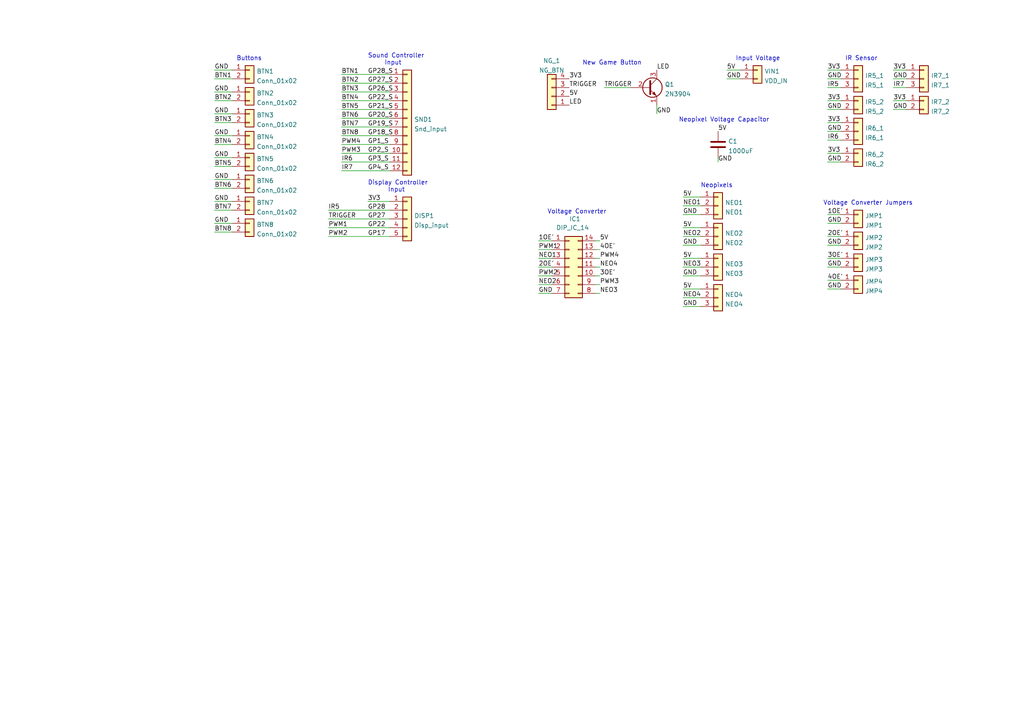
<source format=kicad_sch>
(kicad_sch (version 20211123) (generator eeschema)
  (paper "A4")
  (lib_symbols
    (symbol "Connector_Generic:Conn_01x02" (pin_names (offset 1.016) hide)
      (property "Reference" "J" (at 0 2.54 0))
      (property "Value" "Conn_01x02" (at 0 -5.08 0))
      (symbol "Conn_01x02_1_1"
        (rectangle (start -1.27 -2.413) (end 0 -2.667) (stroke (width 0.1524)))
        (rectangle (start -1.27 0.127) (end 0 -0.127) (stroke (width 0.1524)))
        (rectangle (start -1.27 1.27) (end 1.27 -3.81) (stroke (width 0.254)) (fill (type background)))
        (pin passive line (at -5.08 0 0) (length 3.81) (name "Pin_1") (number "1"))
        (pin passive line (at -5.08 -2.54 0) (length 3.81) (name "Pin_2") (number "2"))
      )
    )
    (symbol "Connector_Generic:Conn_01x03" (pin_names (offset 1.016) hide)
      (property "Reference" "J" (at 0 5.08 0))
      (property "Value" "Conn_01x03" (at 0 -5.08 0))
      (symbol "Conn_01x03_1_1"
        (rectangle (start -1.27 -2.413) (end 0 -2.667) (stroke (width 0.1524)))
        (rectangle (start -1.27 0.127) (end 0 -0.127) (stroke (width 0.1524)))
        (rectangle (start -1.27 2.667) (end 0 2.413) (stroke (width 0.1524)))
        (rectangle (start -1.27 3.81) (end 1.27 -3.81) (stroke (width 0.254)) (fill (type background)))
        (pin passive line (at -5.08 2.54 0) (length 3.81) (name "Pin_1") (number "1"))
        (pin passive line (at -5.08 0 0) (length 3.81) (name "Pin_2") (number "2"))
        (pin passive line (at -5.08 -2.54 0) (length 3.81) (name "Pin_3") (number "3"))
      )
    )
    (symbol "Connector_Generic:Conn_01x04" (pin_names (offset 1.016) hide)
      (property "Reference" "J" (at 0 5.08 0))
      (property "Value" "Conn_01x04" (at 0 -7.62 0))
      (symbol "Conn_01x04_1_1"
        (rectangle (start -1.27 -4.953) (end 0 -5.207) (stroke (width 0.1524)))
        (rectangle (start -1.27 -2.413) (end 0 -2.667) (stroke (width 0.1524)))
        (rectangle (start -1.27 0.127) (end 0 -0.127) (stroke (width 0.1524)))
        (rectangle (start -1.27 2.667) (end 0 2.413) (stroke (width 0.1524)))
        (rectangle (start -1.27 3.81) (end 1.27 -6.35) (stroke (width 0.254)) (fill (type background)))
        (pin passive line (at -5.08 2.54 0) (length 3.81) (name "Pin_1") (number "1"))
        (pin passive line (at -5.08 0 0) (length 3.81) (name "Pin_2") (number "2"))
        (pin passive line (at -5.08 -2.54 0) (length 3.81) (name "Pin_3") (number "3"))
        (pin passive line (at -5.08 -5.08 0) (length 3.81) (name "Pin_4") (number "4"))
      )
    )
    (symbol "Connector_Generic:Conn_01x05" (pin_names (offset 1.016) hide)
      (property "Reference" "J" (at 0 7.62 0))
      (property "Value" "Conn_01x05" (at 0 -7.62 0))
      (symbol "Conn_01x05_1_1"
        (rectangle (start -1.27 -4.953) (end 0 -5.207) (stroke (width 0.1524)))
        (rectangle (start -1.27 -2.413) (end 0 -2.667) (stroke (width 0.1524)))
        (rectangle (start -1.27 0.127) (end 0 -0.127) (stroke (width 0.1524)))
        (rectangle (start -1.27 2.667) (end 0 2.413) (stroke (width 0.1524)))
        (rectangle (start -1.27 5.207) (end 0 4.953) (stroke (width 0.1524)))
        (rectangle (start -1.27 6.35) (end 1.27 -6.35) (stroke (width 0.254)) (fill (type background)))
        (pin passive line (at -5.08 5.08 0) (length 3.81) (name "Pin_1") (number "1"))
        (pin passive line (at -5.08 2.54 0) (length 3.81) (name "Pin_2") (number "2"))
        (pin passive line (at -5.08 0 0) (length 3.81) (name "Pin_3") (number "3"))
        (pin passive line (at -5.08 -2.54 0) (length 3.81) (name "Pin_4") (number "4"))
        (pin passive line (at -5.08 -5.08 0) (length 3.81) (name "Pin_5") (number "5"))
      )
    )
    (symbol "Connector_Generic:Conn_01x12" (pin_names (offset 1.016) hide)
      (property "Reference" "J" (at 0 15.24 0))
      (property "Value" "Conn_01x12" (at 0 -17.78 0))
      (symbol "Conn_01x12_1_1"
        (rectangle (start -1.27 -15.113) (end 0 -15.367) (stroke (width 0.1524)))
        (rectangle (start -1.27 -12.573) (end 0 -12.827) (stroke (width 0.1524)))
        (rectangle (start -1.27 -10.033) (end 0 -10.287) (stroke (width 0.1524)))
        (rectangle (start -1.27 -7.493) (end 0 -7.747) (stroke (width 0.1524)))
        (rectangle (start -1.27 -4.953) (end 0 -5.207) (stroke (width 0.1524)))
        (rectangle (start -1.27 -2.413) (end 0 -2.667) (stroke (width 0.1524)))
        (rectangle (start -1.27 0.127) (end 0 -0.127) (stroke (width 0.1524)))
        (rectangle (start -1.27 2.667) (end 0 2.413) (stroke (width 0.1524)))
        (rectangle (start -1.27 5.207) (end 0 4.953) (stroke (width 0.1524)))
        (rectangle (start -1.27 7.747) (end 0 7.493) (stroke (width 0.1524)))
        (rectangle (start -1.27 10.287) (end 0 10.033) (stroke (width 0.1524)))
        (rectangle (start -1.27 12.827) (end 0 12.573) (stroke (width 0.1524)))
        (rectangle (start -1.27 13.97) (end 1.27 -16.51) (stroke (width 0.254)) (fill (type background)))
        (pin passive line (at -5.08 12.7 0) (length 3.81) (name "Pin_1") (number "1"))
        (pin passive line (at -5.08 -10.16 0) (length 3.81) (name "Pin_10") (number "10"))
        (pin passive line (at -5.08 -12.7 0) (length 3.81) (name "Pin_11") (number "11"))
        (pin passive line (at -5.08 -15.24 0) (length 3.81) (name "Pin_12") (number "12"))
        (pin passive line (at -5.08 10.16 0) (length 3.81) (name "Pin_2") (number "2"))
        (pin passive line (at -5.08 7.62 0) (length 3.81) (name "Pin_3") (number "3"))
        (pin passive line (at -5.08 5.08 0) (length 3.81) (name "Pin_4") (number "4"))
        (pin passive line (at -5.08 2.54 0) (length 3.81) (name "Pin_5") (number "5"))
        (pin passive line (at -5.08 0 0) (length 3.81) (name "Pin_6") (number "6"))
        (pin passive line (at -5.08 -2.54 0) (length 3.81) (name "Pin_7") (number "7"))
        (pin passive line (at -5.08 -5.08 0) (length 3.81) (name "Pin_8") (number "8"))
        (pin passive line (at -5.08 -7.62 0) (length 3.81) (name "Pin_9") (number "9"))
      )
    )
    (symbol "Connector_Generic:Conn_02x07_Counter_Clockwise" (pin_names (offset 1.016) hide)
      (property "Reference" "J" (at 1.27 10.16 0))
      (property "Value" "Conn_02x07_Counter_Clockwise" (at 1.27 -10.16 0))
      (symbol "Conn_02x07_Counter_Clockwise_1_1"
        (rectangle (start -1.27 -7.493) (end 0 -7.747) (stroke (width 0.1524)))
        (rectangle (start -1.27 -4.953) (end 0 -5.207) (stroke (width 0.1524)))
        (rectangle (start -1.27 -2.413) (end 0 -2.667) (stroke (width 0.1524)))
        (rectangle (start -1.27 0.127) (end 0 -0.127) (stroke (width 0.1524)))
        (rectangle (start -1.27 2.667) (end 0 2.413) (stroke (width 0.1524)))
        (rectangle (start -1.27 5.207) (end 0 4.953) (stroke (width 0.1524)))
        (rectangle (start -1.27 7.747) (end 0 7.493) (stroke (width 0.1524)))
        (rectangle (start -1.27 8.89) (end 3.81 -8.89) (stroke (width 0.254)) (fill (type background)))
        (rectangle (start 3.81 -7.493) (end 2.54 -7.747) (stroke (width 0.1524)))
        (rectangle (start 3.81 -4.953) (end 2.54 -5.207) (stroke (width 0.1524)))
        (rectangle (start 3.81 -2.413) (end 2.54 -2.667) (stroke (width 0.1524)))
        (rectangle (start 3.81 0.127) (end 2.54 -0.127) (stroke (width 0.1524)))
        (rectangle (start 3.81 2.667) (end 2.54 2.413) (stroke (width 0.1524)))
        (rectangle (start 3.81 5.207) (end 2.54 4.953) (stroke (width 0.1524)))
        (rectangle (start 3.81 7.747) (end 2.54 7.493) (stroke (width 0.1524)))
        (pin passive line (at -5.08 7.62 0) (length 3.81) (name "Pin_1") (number "1"))
        (pin passive line (at 7.62 -2.54 180) (length 3.81) (name "Pin_10") (number "10"))
        (pin passive line (at 7.62 0 180) (length 3.81) (name "Pin_11") (number "11"))
        (pin passive line (at 7.62 2.54 180) (length 3.81) (name "Pin_12") (number "12"))
        (pin passive line (at 7.62 5.08 180) (length 3.81) (name "Pin_13") (number "13"))
        (pin passive line (at 7.62 7.62 180) (length 3.81) (name "Pin_14") (number "14"))
        (pin passive line (at -5.08 5.08 0) (length 3.81) (name "Pin_2") (number "2"))
        (pin passive line (at -5.08 2.54 0) (length 3.81) (name "Pin_3") (number "3"))
        (pin passive line (at -5.08 0 0) (length 3.81) (name "Pin_4") (number "4"))
        (pin passive line (at -5.08 -2.54 0) (length 3.81) (name "Pin_5") (number "5"))
        (pin passive line (at -5.08 -5.08 0) (length 3.81) (name "Pin_6") (number "6"))
        (pin passive line (at -5.08 -7.62 0) (length 3.81) (name "Pin_7") (number "7"))
        (pin passive line (at 7.62 -7.62 180) (length 3.81) (name "Pin_8") (number "8"))
        (pin passive line (at 7.62 -5.08 180) (length 3.81) (name "Pin_9") (number "9"))
      )
    )
    (symbol "Device:C" (pin_numbers hide) (pin_names (offset 0.254))
      (property "Reference" "C" (at 0.635 2.54 0))
      (property "Value" "C" (at 0.635 -2.54 0))
      (symbol "C_0_1"
        (polyline (pts (xy -2.032 -0.762) (xy 2.032 -0.762)) (stroke (width 0.508)))
        (polyline (pts (xy -2.032 0.762) (xy 2.032 0.762)) (stroke (width 0.508)))
      )
      (symbol "C_1_1"
        (pin passive line (at 0 3.81 270) (length 2.794) (name "~") (number "1"))
        (pin passive line (at 0 -3.81 90) (length 2.794) (name "~") (number "2"))
      )
    )
    (symbol "Transistor_BJT:2N3904" (pin_names (offset 0) hide)
      (property "Reference" "Q" (at 5.08 1.905 0))
      (property "Value" "2N3904" (at 5.08 0 0))
      (symbol "2N3904_0_1"
        (polyline (pts (xy 0.635 0.635) (xy 2.54 2.54)))
        (polyline (pts (xy 0.635 -0.635) (xy 2.54 -2.54) (xy 2.54 -2.54)))
        (polyline (pts (xy 0.635 1.905) (xy 0.635 -1.905) (xy 0.635 -1.905)) (stroke (width 0.508)))
        (polyline (pts (xy 1.27 -1.778) (xy 1.778 -1.27) (xy 2.286 -2.286) (xy 1.27 -1.778) (xy 1.27 -1.778)) (fill (type outline)))
        (circle (center 1.27 0) (radius 2.8194) (stroke (width 0.254)))
      )
      (symbol "2N3904_1_1"
        (pin passive line (at 2.54 -5.08 90) (length 2.54) (name "E") (number "1"))
        (pin passive line (at -5.08 0 0) (length 5.715) (name "B") (number "2"))
        (pin passive line (at 2.54 5.08 270) (length 2.54) (name "C") (number "3"))
      )
    )
  )
  (wire (pts (xy 240.03 29.21) (xy 243.84 29.21)))
  (wire (pts (xy 240.03 81.28) (xy 243.84 81.28)))
  (wire (pts (xy 259.08 20.32) (xy 262.89 20.32)))
  (wire (pts (xy 175.26 25.4) (xy 182.88 25.4)))
  (wire (pts (xy 156.21 80.01) (xy 160.02 80.01)))
  (wire (pts (xy 240.03 64.77) (xy 243.84 64.77)))
  (wire (pts (xy 99.06 44.45) (xy 113.03 44.45)))
  (wire (pts (xy 62.23 52.07) (xy 67.31 52.07)))
  (wire (pts (xy 259.08 25.4) (xy 262.89 25.4)))
  (wire (pts (xy 99.06 49.53) (xy 113.03 49.53)))
  (wire (pts (xy 240.03 46.99) (xy 243.84 46.99)))
  (wire (pts (xy 208.28 46.99) (xy 208.28 45.72)))
  (wire (pts (xy 240.03 40.64) (xy 243.84 40.64)))
  (wire (pts (xy 240.03 62.23) (xy 243.84 62.23)))
  (wire (pts (xy 99.06 41.91) (xy 113.03 41.91)))
  (wire (pts (xy 240.03 68.58) (xy 243.84 68.58)))
  (wire (pts (xy 259.08 31.75) (xy 262.89 31.75)))
  (wire (pts (xy 172.72 85.09) (xy 173.99 85.09)))
  (wire (pts (xy 95.25 66.04) (xy 113.03 66.04)))
  (wire (pts (xy 172.72 69.85) (xy 173.99 69.85)))
  (wire (pts (xy 240.03 38.1) (xy 243.84 38.1)))
  (wire (pts (xy 172.72 77.47) (xy 173.99 77.47)))
  (wire (pts (xy 62.23 64.77) (xy 67.31 64.77)))
  (wire (pts (xy 62.23 22.86) (xy 67.31 22.86)))
  (wire (pts (xy 95.25 60.96) (xy 113.03 60.96)))
  (wire (pts (xy 156.21 85.09) (xy 160.02 85.09)))
  (wire (pts (xy 156.21 72.39) (xy 160.02 72.39)))
  (wire (pts (xy 240.03 35.56) (xy 243.84 35.56)))
  (wire (pts (xy 240.03 25.4) (xy 243.84 25.4)))
  (wire (pts (xy 156.21 74.93) (xy 160.02 74.93)))
  (wire (pts (xy 62.23 54.61) (xy 67.31 54.61)))
  (wire (pts (xy 99.06 29.21) (xy 113.03 29.21)))
  (wire (pts (xy 210.82 22.86) (xy 214.63 22.86)))
  (wire (pts (xy 99.06 39.37) (xy 113.03 39.37)))
  (wire (pts (xy 62.23 45.72) (xy 67.31 45.72)))
  (wire (pts (xy 172.72 74.93) (xy 173.99 74.93)))
  (wire (pts (xy 62.23 41.91) (xy 67.31 41.91)))
  (wire (pts (xy 156.21 77.47) (xy 160.02 77.47)))
  (wire (pts (xy 210.82 20.32) (xy 214.63 20.32)))
  (wire (pts (xy 198.12 59.69) (xy 203.2 59.69)))
  (wire (pts (xy 99.06 26.67) (xy 113.03 26.67)))
  (wire (pts (xy 62.23 67.31) (xy 67.31 67.31)))
  (wire (pts (xy 198.12 80.01) (xy 203.2 80.01)))
  (wire (pts (xy 62.23 39.37) (xy 67.31 39.37)))
  (wire (pts (xy 198.12 77.47) (xy 203.2 77.47)))
  (wire (pts (xy 240.03 77.47) (xy 243.84 77.47)))
  (wire (pts (xy 99.06 46.99) (xy 113.03 46.99)))
  (wire (pts (xy 99.06 36.83) (xy 113.03 36.83)))
  (wire (pts (xy 259.08 22.86) (xy 262.89 22.86)))
  (wire (pts (xy 198.12 62.23) (xy 203.2 62.23)))
  (wire (pts (xy 106.68 58.42) (xy 113.03 58.42)))
  (wire (pts (xy 240.03 83.82) (xy 243.84 83.82)))
  (wire (pts (xy 240.03 22.86) (xy 243.84 22.86)))
  (wire (pts (xy 156.21 82.55) (xy 160.02 82.55)))
  (wire (pts (xy 240.03 20.32) (xy 243.84 20.32)))
  (wire (pts (xy 62.23 20.32) (xy 67.31 20.32)))
  (wire (pts (xy 198.12 71.12) (xy 203.2 71.12)))
  (wire (pts (xy 198.12 57.15) (xy 203.2 57.15)))
  (wire (pts (xy 240.03 44.45) (xy 243.84 44.45)))
  (wire (pts (xy 99.06 34.29) (xy 113.03 34.29)))
  (wire (pts (xy 240.03 71.12) (xy 243.84 71.12)))
  (wire (pts (xy 62.23 48.26) (xy 67.31 48.26)))
  (wire (pts (xy 259.08 29.21) (xy 262.89 29.21)))
  (wire (pts (xy 198.12 88.9) (xy 203.2 88.9)))
  (wire (pts (xy 62.23 29.21) (xy 67.31 29.21)))
  (wire (pts (xy 172.72 80.01) (xy 173.99 80.01)))
  (wire (pts (xy 198.12 74.93) (xy 203.2 74.93)))
  (wire (pts (xy 240.03 31.75) (xy 243.84 31.75)))
  (wire (pts (xy 95.25 63.5) (xy 113.03 63.5)))
  (wire (pts (xy 198.12 66.04) (xy 203.2 66.04)))
  (wire (pts (xy 172.72 72.39) (xy 173.99 72.39)))
  (wire (pts (xy 190.5 33.02) (xy 190.5 30.48)))
  (wire (pts (xy 99.06 21.59) (xy 113.03 21.59)))
  (wire (pts (xy 62.23 26.67) (xy 67.31 26.67)))
  (wire (pts (xy 95.25 68.58) (xy 113.03 68.58)))
  (wire (pts (xy 62.23 35.56) (xy 67.31 35.56)))
  (wire (pts (xy 62.23 33.02) (xy 67.31 33.02)))
  (wire (pts (xy 198.12 68.58) (xy 203.2 68.58)))
  (wire (pts (xy 198.12 83.82) (xy 203.2 83.82)))
  (wire (pts (xy 99.06 24.13) (xy 113.03 24.13)))
  (wire (pts (xy 240.03 74.93) (xy 243.84 74.93)))
  (wire (pts (xy 156.21 69.85) (xy 160.02 69.85)))
  (wire (pts (xy 62.23 58.42) (xy 67.31 58.42)))
  (wire (pts (xy 99.06 31.75) (xy 113.03 31.75)))
  (wire (pts (xy 172.72 82.55) (xy 173.99 82.55)))
  (wire (pts (xy 198.12 86.36) (xy 203.2 86.36)))
  (wire (pts (xy 62.23 60.96) (xy 67.31 60.96)))
  (text "Voltage Converter" (at 158.75 62.23 0) (effects (font (size 1.27 1.27)) (justify left bottom)))
  (text "Buttons" (at 68.58 17.78 0) (effects (font (size 1.27 1.27)) (justify left bottom)))
  (text "IR Sensor" (at 245.11 17.78 0) (effects (font (size 1.27 1.27)) (justify left bottom)))
  (text "Display Controller\n      Input" (at 106.68 55.88 0) (effects (font (size 1.27 1.27)) (justify left bottom)))
  (text "Input Voltage" (at 213.36 17.78 0) (effects (font (size 1.27 1.27)) (justify left bottom)))
  (text "Neopixel Voltage Capacitor" (at 196.85 35.56 0) (effects (font (size 1.27 1.27)) (justify left bottom)))
  (text "Neopixels" (at 203.2 54.61 0) (effects (font (size 1.27 1.27)) (justify left bottom)))
  (text "Sound Controller\n     Input" (at 106.68 19.05 0) (effects (font (size 1.27 1.27)) (justify left bottom)))
  (text "New Game Button" (at 168.91 19.05 0) (effects (font (size 1.27 1.27)) (justify left bottom)))
  (text "Voltage Converter Jumpers" (at 238.76 59.69 0) (effects (font (size 1.27 1.27)) (justify left bottom)))
  (label "PWM3" (at 99.06 44.45 0))
  (label "GND" (at 62.23 20.32 0))
  (label "NEO4" (at 173.99 77.47 0))
  (label "GND" (at 240.03 83.82 0))
  (label "GP1_S" (at 106.68 41.91 0))
  (label "GND" (at 62.23 33.02 0))
  (label "5V" (at 208.28 38.1 0))
  (label "GND" (at 259.08 31.75 0))
  (label "GP2_S" (at 106.68 44.45 0))
  (label "GP22_S" (at 106.68 29.21 0))
  (label "GP27_S" (at 106.68 24.13 0))
  (label "4OE'" (at 173.99 72.39 0))
  (label "BTN3" (at 62.23 35.56 0))
  (label "GP3_S" (at 106.68 46.99 0))
  (label "5V" (at 198.12 74.93 0))
  (label "BTN5" (at 62.23 48.26 0))
  (label "NEO3" (at 173.99 85.09 0))
  (label "TRIGGER" (at 95.25 63.5 0))
  (label "BTN1" (at 62.23 22.86 0))
  (label "3V3" (at 259.08 20.32 0))
  (label "2OE'" (at 156.21 77.47 0))
  (label "PWM4" (at 99.06 41.91 0))
  (label "BTN7" (at 62.23 60.96 0))
  (label "TRIGGER" (at 165.1 25.4 0))
  (label "IR7" (at 259.08 25.4 0))
  (label "5V" (at 165.1 27.94 0))
  (label "GP26_S" (at 106.68 26.67 0))
  (label "GND" (at 156.21 85.09 0))
  (label "GP28" (at 106.68 60.96 0))
  (label "TRIGGER" (at 175.26 25.4 0))
  (label "NEO4" (at 198.12 86.36 0))
  (label "5V" (at 198.12 83.82 0))
  (label "GP28_S" (at 106.68 21.59 0))
  (label "BTN4" (at 99.06 29.21 0))
  (label "GND" (at 198.12 62.23 0))
  (label "GP20_S" (at 106.68 34.29 0))
  (label "IR5" (at 240.03 25.4 0))
  (label "IR6" (at 99.06 46.99 0))
  (label "BTN8" (at 62.23 67.31 0))
  (label "GND" (at 62.23 64.77 0))
  (label "3OE'" (at 173.99 80.01 0))
  (label "BTN2" (at 62.23 29.21 0))
  (label "GND" (at 240.03 46.99 0))
  (label "GND" (at 62.23 52.07 0))
  (label "PWM2" (at 156.21 80.01 0))
  (label "GND" (at 62.23 45.72 0))
  (label "BTN1" (at 99.06 21.59 0))
  (label "GND" (at 240.03 77.47 0))
  (label "IR7" (at 99.06 49.53 0))
  (label "BTN5" (at 99.06 31.75 0))
  (label "BTN3" (at 99.06 26.67 0))
  (label "3V3" (at 240.03 29.21 0))
  (label "GP21_S" (at 106.68 31.75 0))
  (label "3V3" (at 240.03 35.56 0))
  (label "LED" (at 165.1 30.48 0))
  (label "GP4_S" (at 106.68 49.53 0))
  (label "5V" (at 173.99 69.85 0))
  (label "GND" (at 62.23 26.67 0))
  (label "BTN6" (at 62.23 54.61 0))
  (label "IR6" (at 240.03 40.64 0))
  (label "PWM1" (at 95.25 66.04 0))
  (label "3OE'" (at 240.03 74.93 0))
  (label "3V3" (at 165.1 22.86 0))
  (label "BTN6" (at 99.06 34.29 0))
  (label "3V3" (at 106.68 58.42 0))
  (label "BTN7" (at 99.06 36.83 0))
  (label "NEO1" (at 198.12 59.69 0))
  (label "5V" (at 210.82 20.32 0))
  (label "NEO2" (at 198.12 68.58 0))
  (label "GND" (at 62.23 39.37 0))
  (label "GND" (at 240.03 22.86 0))
  (label "LED" (at 190.5 20.32 0))
  (label "3V3" (at 240.03 20.32 0))
  (label "GND" (at 240.03 64.77 0))
  (label "NEO1" (at 156.21 74.93 0))
  (label "4OE'" (at 240.03 81.28 0))
  (label "PWM3" (at 173.99 82.55 0))
  (label "GND" (at 240.03 71.12 0))
  (label "GND" (at 198.12 80.01 0))
  (label "3V3" (at 240.03 44.45 0))
  (label "GND" (at 240.03 38.1 0))
  (label "GND" (at 259.08 22.86 0))
  (label "GP19_S" (at 106.68 36.83 0))
  (label "GND" (at 240.03 31.75 0))
  (label "GP27" (at 106.68 63.5 0))
  (label "GND" (at 190.5 33.02 0))
  (label "BTN4" (at 62.23 41.91 0))
  (label "BTN2" (at 99.06 24.13 0))
  (label "GP17" (at 106.68 68.58 0))
  (label "NEO2" (at 156.21 82.55 0))
  (label "GND" (at 198.12 71.12 0))
  (label "PWM2" (at 95.25 68.58 0))
  (label "IR5" (at 95.25 60.96 0))
  (label "GND" (at 210.82 22.86 0))
  (label "GND" (at 62.23 58.42 0))
  (label "GND" (at 198.12 88.9 0))
  (label "GP18_S" (at 106.68 39.37 0))
  (label "GP22" (at 106.68 66.04 0))
  (label "3V3" (at 259.08 29.21 0))
  (label "5V" (at 198.12 57.15 0))
  (label "1OE'" (at 240.03 62.23 0))
  (label "5V" (at 198.12 66.04 0))
  (label "GND" (at 208.28 46.99 0))
  (label "BTN8" (at 99.06 39.37 0))
  (label "NEO3" (at 198.12 77.47 0))
  (label "2OE'" (at 240.03 68.58 0))
  (label "PWM1" (at 156.21 72.39 0))
  (label "PWM4" (at 173.99 74.93 0))
  (label "1OE'" (at 156.21 69.85 0))
  (symbol (lib_id "Connector_Generic:Conn_01x02") (at 72.39 64.77 0) (unit 1)
    (property "Reference" "BTN8" (at 74.422 65.1315 0) (effects (justify left)))
    (property "Value" "Conn_01x02" (at 74.422 67.9066 0) (effects (justify left)))
    (property "Footprint" "Connector_JST:JST_XH_B2B-XH-A_1x02_P2.50mm_Vertical" (effects hide))
  )
  (symbol (lib_id "Connector_Generic:Conn_01x12") (at 118.11 34.29 0) (unit 1)
    (property "Reference" "SND1" (at 120.142 34.6515 0) (effects (justify left)))
    (property "Value" "Snd_input" (at 120.142 37.4266 0) (effects (justify left)))
    (property "Footprint" "TerminalBlock_Phoenix:TerminalBlock_Phoenix_MPT-0,5-12-2.54_1x12_P2.54mm_Horizontal" (effects hide))
  )
  (symbol (lib_id "Connector_Generic:Conn_01x02") (at 72.39 52.07 0) (unit 1)
    (property "Reference" "BTN6" (at 74.422 52.4315 0) (effects (justify left)))
    (property "Value" "Conn_01x02" (at 74.422 55.2066 0) (effects (justify left)))
    (property "Footprint" "Connector_JST:JST_XH_B2B-XH-A_1x02_P2.50mm_Vertical" (effects hide))
  )
  (symbol (lib_id "Connector_Generic:Conn_01x04") (at 160.02 27.94 180) (unit 1)
    (property "Reference" "NG_1" (at 160.02 17.6235 0))
    (property "Value" "NG_BTN" (at 160.02 20.3986 0))
    (property "Footprint" "Connector_JST:JST_XH_B4B-XH-A_1x04_P2.50mm_Vertical" (effects hide))
  )
  (symbol (lib_id "Transistor_BJT:2N3904") (at 187.96 25.4 0) (unit 1)
    (property "Reference" "Q1" (at 192.8114 24.4915 0) (effects (justify left)))
    (property "Value" "2N3904" (at 192.8114 27.2666 0) (effects (justify left)))
    (property "Footprint" "Package_TO_SOT_THT:TO-92_Inline" (effects hide))
    (property "Datasheet" "https://www.onsemi.com/pub/Collateral/2N3903-D.PDF" (effects hide))
  )
  (symbol (lib_id "Connector_Generic:Conn_01x02") (at 248.92 62.23 0) (unit 1)
    (property "Reference" "JMP1" (at 250.952 62.5915 0) (effects (justify left)))
    (property "Value" "JMP1" (at 250.952 65.3666 0) (effects (justify left)))
    (property "Footprint" "Connector_PinHeader_2.54mm:PinHeader_1x02_P2.54mm_Vertical" (effects hide))
  )
  (symbol (lib_id "Connector_Generic:Conn_01x02") (at 248.92 68.58 0) (unit 1)
    (property "Reference" "JMP2" (at 250.952 68.9415 0) (effects (justify left)))
    (property "Value" "JMP2" (at 250.952 71.7166 0) (effects (justify left)))
    (property "Footprint" "Connector_PinHeader_2.54mm:PinHeader_1x02_P2.54mm_Vertical" (effects hide))
  )
  (symbol (lib_id "Connector_Generic:Conn_01x03") (at 208.28 86.36 0) (unit 1)
    (property "Reference" "NEO4" (at 210.312 85.4515 0) (effects (justify left)))
    (property "Value" "NEO4" (at 210.312 88.2266 0) (effects (justify left)))
    (property "Footprint" "Connector_JST:JST_PH_B3B-PH-K_1x03_P2.00mm_Vertical" (effects hide))
  )
  (symbol (lib_id "Connector_Generic:Conn_01x02") (at 248.92 81.28 0) (unit 1)
    (property "Reference" "JMP4" (at 250.952 81.6415 0) (effects (justify left)))
    (property "Value" "JMP4" (at 250.952 84.4166 0) (effects (justify left)))
    (property "Footprint" "Connector_PinHeader_2.54mm:PinHeader_1x02_P2.54mm_Vertical" (effects hide))
  )
  (symbol (lib_id "Connector_Generic:Conn_01x03") (at 208.28 68.58 0) (unit 1)
    (property "Reference" "NEO2" (at 210.312 67.6715 0) (effects (justify left)))
    (property "Value" "NEO2" (at 210.312 70.4466 0) (effects (justify left)))
    (property "Footprint" "Connector_JST:JST_PH_B3B-PH-K_1x03_P2.00mm_Vertical" (effects hide))
  )
  (symbol (lib_id "Connector_Generic:Conn_01x02") (at 267.97 29.21 0) (unit 1)
    (property "Reference" "IR7_2" (at 270.002 29.5715 0) (effects (justify left)))
    (property "Value" "IR7_2" (at 270.002 32.3466 0) (effects (justify left)))
    (property "Footprint" "Connector_JST:JST_XH_B2B-XH-A_1x02_P2.50mm_Vertical" (effects hide))
  )
  (symbol (lib_id "Connector_Generic:Conn_01x02") (at 248.92 29.21 0) (unit 1)
    (property "Reference" "IR5_2" (at 250.952 29.5715 0) (effects (justify left)))
    (property "Value" "IR5_2" (at 250.952 32.3466 0) (effects (justify left)))
    (property "Footprint" "Connector_JST:JST_XH_B2B-XH-A_1x02_P2.50mm_Vertical" (effects hide))
  )
  (symbol (lib_id "Connector_Generic:Conn_01x02") (at 72.39 45.72 0) (unit 1)
    (property "Reference" "BTN5" (at 74.422 46.0815 0) (effects (justify left)))
    (property "Value" "Conn_01x02" (at 74.422 48.8566 0) (effects (justify left)))
    (property "Footprint" "Connector_JST:JST_XH_B2B-XH-A_1x02_P2.50mm_Vertical" (effects hide))
  )
  (symbol (lib_id "Connector_Generic:Conn_01x02") (at 72.39 33.02 0) (unit 1)
    (property "Reference" "BTN3" (at 74.422 33.3815 0) (effects (justify left)))
    (property "Value" "Conn_01x02" (at 74.422 36.1566 0) (effects (justify left)))
    (property "Footprint" "Connector_JST:JST_XH_B2B-XH-A_1x02_P2.50mm_Vertical" (effects hide))
  )
  (symbol (lib_id "Connector_Generic:Conn_01x02") (at 72.39 20.32 0) (unit 1)
    (property "Reference" "BTN1" (at 74.422 20.6815 0) (effects (justify left)))
    (property "Value" "Conn_01x02" (at 74.422 23.4566 0) (effects (justify left)))
    (property "Footprint" "Connector_JST:JST_XH_B2B-XH-A_1x02_P2.50mm_Vertical" (effects hide))
  )
  (symbol (lib_id "Connector_Generic:Conn_01x03") (at 248.92 38.1 0) (unit 1)
    (property "Reference" "IR6_1" (at 250.952 37.1915 0) (effects (justify left)))
    (property "Value" "IR6_1" (at 250.952 39.9666 0) (effects (justify left)))
    (property "Footprint" "Connector_JST:JST_XH_B3B-XH-A_1x03_P2.50mm_Vertical" (effects hide))
  )
  (symbol (lib_id "Device:C") (at 208.28 41.91 0) (unit 1)
    (property "Reference" "C1" (at 211.201 41.0015 0) (effects (justify left)))
    (property "Value" "1000uF" (at 211.201 43.7766 0) (effects (justify left)))
    (property "Footprint" "Capacitor_THT:CP_Radial_D10.0mm_P5.00mm" (effects hide))
  )
  (symbol (lib_id "Connector_Generic:Conn_01x03") (at 248.92 22.86 0) (unit 1)
    (property "Reference" "IR5_1" (at 250.952 21.9515 0) (effects (justify left)))
    (property "Value" "IR5_1" (at 250.952 24.7266 0) (effects (justify left)))
    (property "Footprint" "Connector_JST:JST_XH_B3B-XH-A_1x03_P2.50mm_Vertical" (effects hide))
  )
  (symbol (lib_id "Connector_Generic:Conn_01x02") (at 248.92 44.45 0) (unit 1)
    (property "Reference" "IR6_2" (at 250.952 44.8115 0) (effects (justify left)))
    (property "Value" "IR6_2" (at 250.952 47.5866 0) (effects (justify left)))
    (property "Footprint" "Connector_JST:JST_XH_B2B-XH-A_1x02_P2.50mm_Vertical" (effects hide))
  )
  (symbol (lib_id "Connector_Generic:Conn_01x03") (at 208.28 59.69 0) (unit 1)
    (property "Reference" "NEO1" (at 210.312 58.7815 0) (effects (justify left)))
    (property "Value" "NEO1" (at 210.312 61.5566 0) (effects (justify left)))
    (property "Footprint" "Connector_JST:JST_PH_B3B-PH-K_1x03_P2.00mm_Vertical" (effects hide))
  )
  (symbol (lib_id "Connector_Generic:Conn_02x07_Counter_Clockwise") (at 165.1 77.47 0) (unit 1)
    (property "Reference" "IC1" (at 165.1 63.5 0) (effects (justify left)))
    (property "Value" "DIP_IC_14" (at 161.29 66.04 0) (effects (justify left)))
    (property "Footprint" "Package_DIP:DIP-14_W7.62mm_LongPads" (effects hide))
  )
  (symbol (lib_id "Connector_Generic:Conn_01x02") (at 248.92 74.93 0) (unit 1)
    (property "Reference" "JMP3" (at 250.952 75.2915 0) (effects (justify left)))
    (property "Value" "JMP3" (at 250.952 78.0666 0) (effects (justify left)))
    (property "Footprint" "Connector_PinHeader_2.54mm:PinHeader_1x02_P2.54mm_Vertical" (effects hide))
  )
  (symbol (lib_id "Connector_Generic:Conn_01x02") (at 72.39 58.42 0) (unit 1)
    (property "Reference" "BTN7" (at 74.422 58.7815 0) (effects (justify left)))
    (property "Value" "Conn_01x02" (at 74.422 61.5566 0) (effects (justify left)))
    (property "Footprint" "Connector_JST:JST_XH_B2B-XH-A_1x02_P2.50mm_Vertical" (effects hide))
  )
  (symbol (lib_id "Connector_Generic:Conn_01x02") (at 219.71 20.32 0) (unit 1)
    (property "Reference" "VIN1" (at 221.742 20.6815 0) (effects (justify left)))
    (property "Value" "VDD_IN" (at 221.742 23.4566 0) (effects (justify left)))
    (property "Footprint" "Connector_JST:JST_XH_B2B-XH-A_1x02_P2.50mm_Vertical" (effects hide))
  )
  (symbol (lib_id "Connector_Generic:Conn_01x03") (at 208.28 77.47 0) (unit 1)
    (property "Reference" "NEO3" (at 210.312 76.5615 0) (effects (justify left)))
    (property "Value" "NEO3" (at 210.312 79.3366 0) (effects (justify left)))
    (property "Footprint" "Connector_JST:JST_PH_B3B-PH-K_1x03_P2.00mm_Vertical" (effects hide))
  )
  (symbol (lib_id "Connector_Generic:Conn_01x03") (at 267.97 22.86 0) (unit 1)
    (property "Reference" "IR7_1" (at 270.002 21.9515 0) (effects (justify left)))
    (property "Value" "IR7_1" (at 270.002 24.7266 0) (effects (justify left)))
    (property "Footprint" "Connector_JST:JST_XH_B3B-XH-A_1x03_P2.50mm_Vertical" (effects hide))
  )
  (symbol (lib_id "Connector_Generic:Conn_01x02") (at 72.39 26.67 0) (unit 1)
    (property "Reference" "BTN2" (at 74.422 27.0315 0) (effects (justify left)))
    (property "Value" "Conn_01x02" (at 74.422 29.8066 0) (effects (justify left)))
    (property "Footprint" "Connector_JST:JST_XH_B2B-XH-A_1x02_P2.50mm_Vertical" (effects hide))
  )
  (symbol (lib_id "Connector_Generic:Conn_01x05") (at 118.11 63.5 0) (unit 1)
    (property "Reference" "DISP1" (at 120.142 62.5915 0) (effects (justify left)))
    (property "Value" "Disp_input" (at 120.142 65.3666 0) (effects (justify left)))
    (property "Footprint" "Connector_JST:JST_XH_B5B-XH-A_1x05_P2.50mm_Vertical" (effects hide))
  )
  (symbol (lib_id "Connector_Generic:Conn_01x02") (at 72.39 39.37 0) (unit 1)
    (property "Reference" "BTN4" (at 74.422 39.7315 0) (effects (justify left)))
    (property "Value" "Conn_01x02" (at 74.422 42.5066 0) (effects (justify left)))
    (property "Footprint" "Connector_JST:JST_XH_B2B-XH-A_1x02_P2.50mm_Vertical" (effects hide))
  )
)
</source>
